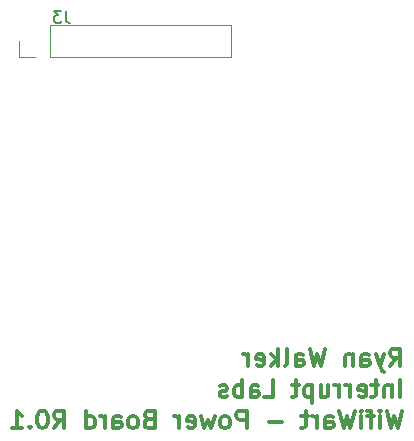
<source format=gbr>
%TF.GenerationSoftware,KiCad,Pcbnew,5.1.10-1.fc33*%
%TF.CreationDate,2021-08-28T17:16:11-07:00*%
%TF.ProjectId,hardware,68617264-7761-4726-952e-6b696361645f,rev?*%
%TF.SameCoordinates,Original*%
%TF.FileFunction,Legend,Bot*%
%TF.FilePolarity,Positive*%
%FSLAX46Y46*%
G04 Gerber Fmt 4.6, Leading zero omitted, Abs format (unit mm)*
G04 Created by KiCad (PCBNEW 5.1.10-1.fc33) date 2021-08-28 17:16:11*
%MOMM*%
%LPD*%
G01*
G04 APERTURE LIST*
%ADD10C,0.375000*%
%ADD11C,0.120000*%
%ADD12C,0.150000*%
G04 APERTURE END LIST*
D10*
X120041964Y-123553571D02*
X120541964Y-122839285D01*
X120899107Y-123553571D02*
X120899107Y-122053571D01*
X120327678Y-122053571D01*
X120184821Y-122125000D01*
X120113392Y-122196428D01*
X120041964Y-122339285D01*
X120041964Y-122553571D01*
X120113392Y-122696428D01*
X120184821Y-122767857D01*
X120327678Y-122839285D01*
X120899107Y-122839285D01*
X119541964Y-122553571D02*
X119184821Y-123553571D01*
X118827678Y-122553571D02*
X119184821Y-123553571D01*
X119327678Y-123910714D01*
X119399107Y-123982142D01*
X119541964Y-124053571D01*
X117613392Y-123553571D02*
X117613392Y-122767857D01*
X117684821Y-122625000D01*
X117827678Y-122553571D01*
X118113392Y-122553571D01*
X118256250Y-122625000D01*
X117613392Y-123482142D02*
X117756250Y-123553571D01*
X118113392Y-123553571D01*
X118256250Y-123482142D01*
X118327678Y-123339285D01*
X118327678Y-123196428D01*
X118256250Y-123053571D01*
X118113392Y-122982142D01*
X117756250Y-122982142D01*
X117613392Y-122910714D01*
X116899107Y-122553571D02*
X116899107Y-123553571D01*
X116899107Y-122696428D02*
X116827678Y-122625000D01*
X116684821Y-122553571D01*
X116470535Y-122553571D01*
X116327678Y-122625000D01*
X116256250Y-122767857D01*
X116256250Y-123553571D01*
X114541964Y-122053571D02*
X114184821Y-123553571D01*
X113899107Y-122482142D01*
X113613392Y-123553571D01*
X113256250Y-122053571D01*
X112041964Y-123553571D02*
X112041964Y-122767857D01*
X112113392Y-122625000D01*
X112256250Y-122553571D01*
X112541964Y-122553571D01*
X112684821Y-122625000D01*
X112041964Y-123482142D02*
X112184821Y-123553571D01*
X112541964Y-123553571D01*
X112684821Y-123482142D01*
X112756250Y-123339285D01*
X112756250Y-123196428D01*
X112684821Y-123053571D01*
X112541964Y-122982142D01*
X112184821Y-122982142D01*
X112041964Y-122910714D01*
X111113392Y-123553571D02*
X111256250Y-123482142D01*
X111327678Y-123339285D01*
X111327678Y-122053571D01*
X110541964Y-123553571D02*
X110541964Y-122053571D01*
X110399107Y-122982142D02*
X109970535Y-123553571D01*
X109970535Y-122553571D02*
X110541964Y-123125000D01*
X108756250Y-123482142D02*
X108899107Y-123553571D01*
X109184821Y-123553571D01*
X109327678Y-123482142D01*
X109399107Y-123339285D01*
X109399107Y-122767857D01*
X109327678Y-122625000D01*
X109184821Y-122553571D01*
X108899107Y-122553571D01*
X108756250Y-122625000D01*
X108684821Y-122767857D01*
X108684821Y-122910714D01*
X109399107Y-123053571D01*
X108041964Y-123553571D02*
X108041964Y-122553571D01*
X108041964Y-122839285D02*
X107970535Y-122696428D01*
X107899107Y-122625000D01*
X107756250Y-122553571D01*
X107613392Y-122553571D01*
X120899107Y-126178571D02*
X120899107Y-124678571D01*
X120184821Y-125178571D02*
X120184821Y-126178571D01*
X120184821Y-125321428D02*
X120113392Y-125250000D01*
X119970535Y-125178571D01*
X119756250Y-125178571D01*
X119613392Y-125250000D01*
X119541964Y-125392857D01*
X119541964Y-126178571D01*
X119041964Y-125178571D02*
X118470535Y-125178571D01*
X118827678Y-124678571D02*
X118827678Y-125964285D01*
X118756250Y-126107142D01*
X118613392Y-126178571D01*
X118470535Y-126178571D01*
X117399107Y-126107142D02*
X117541964Y-126178571D01*
X117827678Y-126178571D01*
X117970535Y-126107142D01*
X118041964Y-125964285D01*
X118041964Y-125392857D01*
X117970535Y-125250000D01*
X117827678Y-125178571D01*
X117541964Y-125178571D01*
X117399107Y-125250000D01*
X117327678Y-125392857D01*
X117327678Y-125535714D01*
X118041964Y-125678571D01*
X116684821Y-126178571D02*
X116684821Y-125178571D01*
X116684821Y-125464285D02*
X116613392Y-125321428D01*
X116541964Y-125250000D01*
X116399107Y-125178571D01*
X116256250Y-125178571D01*
X115756250Y-126178571D02*
X115756250Y-125178571D01*
X115756250Y-125464285D02*
X115684821Y-125321428D01*
X115613392Y-125250000D01*
X115470535Y-125178571D01*
X115327678Y-125178571D01*
X114184821Y-125178571D02*
X114184821Y-126178571D01*
X114827678Y-125178571D02*
X114827678Y-125964285D01*
X114756250Y-126107142D01*
X114613392Y-126178571D01*
X114399107Y-126178571D01*
X114256250Y-126107142D01*
X114184821Y-126035714D01*
X113470535Y-125178571D02*
X113470535Y-126678571D01*
X113470535Y-125250000D02*
X113327678Y-125178571D01*
X113041964Y-125178571D01*
X112899107Y-125250000D01*
X112827678Y-125321428D01*
X112756250Y-125464285D01*
X112756250Y-125892857D01*
X112827678Y-126035714D01*
X112899107Y-126107142D01*
X113041964Y-126178571D01*
X113327678Y-126178571D01*
X113470535Y-126107142D01*
X112327678Y-125178571D02*
X111756250Y-125178571D01*
X112113392Y-124678571D02*
X112113392Y-125964285D01*
X112041964Y-126107142D01*
X111899107Y-126178571D01*
X111756250Y-126178571D01*
X109399107Y-126178571D02*
X110113392Y-126178571D01*
X110113392Y-124678571D01*
X108256250Y-126178571D02*
X108256250Y-125392857D01*
X108327678Y-125250000D01*
X108470535Y-125178571D01*
X108756250Y-125178571D01*
X108899107Y-125250000D01*
X108256250Y-126107142D02*
X108399107Y-126178571D01*
X108756250Y-126178571D01*
X108899107Y-126107142D01*
X108970535Y-125964285D01*
X108970535Y-125821428D01*
X108899107Y-125678571D01*
X108756250Y-125607142D01*
X108399107Y-125607142D01*
X108256250Y-125535714D01*
X107541964Y-126178571D02*
X107541964Y-124678571D01*
X107541964Y-125250000D02*
X107399107Y-125178571D01*
X107113392Y-125178571D01*
X106970535Y-125250000D01*
X106899107Y-125321428D01*
X106827678Y-125464285D01*
X106827678Y-125892857D01*
X106899107Y-126035714D01*
X106970535Y-126107142D01*
X107113392Y-126178571D01*
X107399107Y-126178571D01*
X107541964Y-126107142D01*
X106256250Y-126107142D02*
X106113392Y-126178571D01*
X105827678Y-126178571D01*
X105684821Y-126107142D01*
X105613392Y-125964285D01*
X105613392Y-125892857D01*
X105684821Y-125750000D01*
X105827678Y-125678571D01*
X106041964Y-125678571D01*
X106184821Y-125607142D01*
X106256250Y-125464285D01*
X106256250Y-125392857D01*
X106184821Y-125250000D01*
X106041964Y-125178571D01*
X105827678Y-125178571D01*
X105684821Y-125250000D01*
X121041964Y-127303571D02*
X120684821Y-128803571D01*
X120399107Y-127732142D01*
X120113392Y-128803571D01*
X119756250Y-127303571D01*
X119184821Y-128803571D02*
X119184821Y-127803571D01*
X119184821Y-127303571D02*
X119256250Y-127375000D01*
X119184821Y-127446428D01*
X119113392Y-127375000D01*
X119184821Y-127303571D01*
X119184821Y-127446428D01*
X118684821Y-127803571D02*
X118113392Y-127803571D01*
X118470535Y-128803571D02*
X118470535Y-127517857D01*
X118399107Y-127375000D01*
X118256250Y-127303571D01*
X118113392Y-127303571D01*
X117613392Y-128803571D02*
X117613392Y-127803571D01*
X117613392Y-127303571D02*
X117684821Y-127375000D01*
X117613392Y-127446428D01*
X117541964Y-127375000D01*
X117613392Y-127303571D01*
X117613392Y-127446428D01*
X117041964Y-127303571D02*
X116684821Y-128803571D01*
X116399107Y-127732142D01*
X116113392Y-128803571D01*
X115756250Y-127303571D01*
X114541964Y-128803571D02*
X114541964Y-128017857D01*
X114613392Y-127875000D01*
X114756250Y-127803571D01*
X115041964Y-127803571D01*
X115184821Y-127875000D01*
X114541964Y-128732142D02*
X114684821Y-128803571D01*
X115041964Y-128803571D01*
X115184821Y-128732142D01*
X115256250Y-128589285D01*
X115256250Y-128446428D01*
X115184821Y-128303571D01*
X115041964Y-128232142D01*
X114684821Y-128232142D01*
X114541964Y-128160714D01*
X113827678Y-128803571D02*
X113827678Y-127803571D01*
X113827678Y-128089285D02*
X113756250Y-127946428D01*
X113684821Y-127875000D01*
X113541964Y-127803571D01*
X113399107Y-127803571D01*
X113113392Y-127803571D02*
X112541964Y-127803571D01*
X112899107Y-127303571D02*
X112899107Y-128589285D01*
X112827678Y-128732142D01*
X112684821Y-128803571D01*
X112541964Y-128803571D01*
X110899107Y-128232142D02*
X109756250Y-128232142D01*
X107899107Y-128803571D02*
X107899107Y-127303571D01*
X107327678Y-127303571D01*
X107184821Y-127375000D01*
X107113392Y-127446428D01*
X107041964Y-127589285D01*
X107041964Y-127803571D01*
X107113392Y-127946428D01*
X107184821Y-128017857D01*
X107327678Y-128089285D01*
X107899107Y-128089285D01*
X106184821Y-128803571D02*
X106327678Y-128732142D01*
X106399107Y-128660714D01*
X106470535Y-128517857D01*
X106470535Y-128089285D01*
X106399107Y-127946428D01*
X106327678Y-127875000D01*
X106184821Y-127803571D01*
X105970535Y-127803571D01*
X105827678Y-127875000D01*
X105756250Y-127946428D01*
X105684821Y-128089285D01*
X105684821Y-128517857D01*
X105756250Y-128660714D01*
X105827678Y-128732142D01*
X105970535Y-128803571D01*
X106184821Y-128803571D01*
X105184821Y-127803571D02*
X104899107Y-128803571D01*
X104613392Y-128089285D01*
X104327678Y-128803571D01*
X104041964Y-127803571D01*
X102899107Y-128732142D02*
X103041964Y-128803571D01*
X103327678Y-128803571D01*
X103470535Y-128732142D01*
X103541964Y-128589285D01*
X103541964Y-128017857D01*
X103470535Y-127875000D01*
X103327678Y-127803571D01*
X103041964Y-127803571D01*
X102899107Y-127875000D01*
X102827678Y-128017857D01*
X102827678Y-128160714D01*
X103541964Y-128303571D01*
X102184821Y-128803571D02*
X102184821Y-127803571D01*
X102184821Y-128089285D02*
X102113392Y-127946428D01*
X102041964Y-127875000D01*
X101899107Y-127803571D01*
X101756250Y-127803571D01*
X99613392Y-128017857D02*
X99399107Y-128089285D01*
X99327678Y-128160714D01*
X99256250Y-128303571D01*
X99256250Y-128517857D01*
X99327678Y-128660714D01*
X99399107Y-128732142D01*
X99541964Y-128803571D01*
X100113392Y-128803571D01*
X100113392Y-127303571D01*
X99613392Y-127303571D01*
X99470535Y-127375000D01*
X99399107Y-127446428D01*
X99327678Y-127589285D01*
X99327678Y-127732142D01*
X99399107Y-127875000D01*
X99470535Y-127946428D01*
X99613392Y-128017857D01*
X100113392Y-128017857D01*
X98399107Y-128803571D02*
X98541964Y-128732142D01*
X98613392Y-128660714D01*
X98684821Y-128517857D01*
X98684821Y-128089285D01*
X98613392Y-127946428D01*
X98541964Y-127875000D01*
X98399107Y-127803571D01*
X98184821Y-127803571D01*
X98041964Y-127875000D01*
X97970535Y-127946428D01*
X97899107Y-128089285D01*
X97899107Y-128517857D01*
X97970535Y-128660714D01*
X98041964Y-128732142D01*
X98184821Y-128803571D01*
X98399107Y-128803571D01*
X96613392Y-128803571D02*
X96613392Y-128017857D01*
X96684821Y-127875000D01*
X96827678Y-127803571D01*
X97113392Y-127803571D01*
X97256250Y-127875000D01*
X96613392Y-128732142D02*
X96756250Y-128803571D01*
X97113392Y-128803571D01*
X97256250Y-128732142D01*
X97327678Y-128589285D01*
X97327678Y-128446428D01*
X97256250Y-128303571D01*
X97113392Y-128232142D01*
X96756250Y-128232142D01*
X96613392Y-128160714D01*
X95899107Y-128803571D02*
X95899107Y-127803571D01*
X95899107Y-128089285D02*
X95827678Y-127946428D01*
X95756250Y-127875000D01*
X95613392Y-127803571D01*
X95470535Y-127803571D01*
X94327678Y-128803571D02*
X94327678Y-127303571D01*
X94327678Y-128732142D02*
X94470535Y-128803571D01*
X94756250Y-128803571D01*
X94899107Y-128732142D01*
X94970535Y-128660714D01*
X95041964Y-128517857D01*
X95041964Y-128089285D01*
X94970535Y-127946428D01*
X94899107Y-127875000D01*
X94756250Y-127803571D01*
X94470535Y-127803571D01*
X94327678Y-127875000D01*
X91613392Y-128803571D02*
X92113392Y-128089285D01*
X92470535Y-128803571D02*
X92470535Y-127303571D01*
X91899107Y-127303571D01*
X91756250Y-127375000D01*
X91684821Y-127446428D01*
X91613392Y-127589285D01*
X91613392Y-127803571D01*
X91684821Y-127946428D01*
X91756250Y-128017857D01*
X91899107Y-128089285D01*
X92470535Y-128089285D01*
X90684821Y-127303571D02*
X90541964Y-127303571D01*
X90399107Y-127375000D01*
X90327678Y-127446428D01*
X90256250Y-127589285D01*
X90184821Y-127875000D01*
X90184821Y-128232142D01*
X90256250Y-128517857D01*
X90327678Y-128660714D01*
X90399107Y-128732142D01*
X90541964Y-128803571D01*
X90684821Y-128803571D01*
X90827678Y-128732142D01*
X90899107Y-128660714D01*
X90970535Y-128517857D01*
X91041964Y-128232142D01*
X91041964Y-127875000D01*
X90970535Y-127589285D01*
X90899107Y-127446428D01*
X90827678Y-127375000D01*
X90684821Y-127303571D01*
X89541964Y-128660714D02*
X89470535Y-128732142D01*
X89541964Y-128803571D01*
X89613392Y-128732142D01*
X89541964Y-128660714D01*
X89541964Y-128803571D01*
X88041964Y-128803571D02*
X88899107Y-128803571D01*
X88470535Y-128803571D02*
X88470535Y-127303571D01*
X88613392Y-127517857D01*
X88756250Y-127660714D01*
X88899107Y-127732142D01*
D11*
%TO.C,J3*%
X91270000Y-94670000D02*
X91270000Y-97330000D01*
X91270000Y-94670000D02*
X106570000Y-94670000D01*
X106570000Y-94670000D02*
X106570000Y-97330000D01*
X91270000Y-97330000D02*
X106570000Y-97330000D01*
X88670000Y-97330000D02*
X90000000Y-97330000D01*
X88670000Y-96000000D02*
X88670000Y-97330000D01*
D12*
X92583333Y-93452380D02*
X92583333Y-94166666D01*
X92630952Y-94309523D01*
X92726190Y-94404761D01*
X92869047Y-94452380D01*
X92964285Y-94452380D01*
X92202380Y-93452380D02*
X91583333Y-93452380D01*
X91916666Y-93833333D01*
X91773809Y-93833333D01*
X91678571Y-93880952D01*
X91630952Y-93928571D01*
X91583333Y-94023809D01*
X91583333Y-94261904D01*
X91630952Y-94357142D01*
X91678571Y-94404761D01*
X91773809Y-94452380D01*
X92059523Y-94452380D01*
X92154761Y-94404761D01*
X92202380Y-94357142D01*
%TD*%
M02*

</source>
